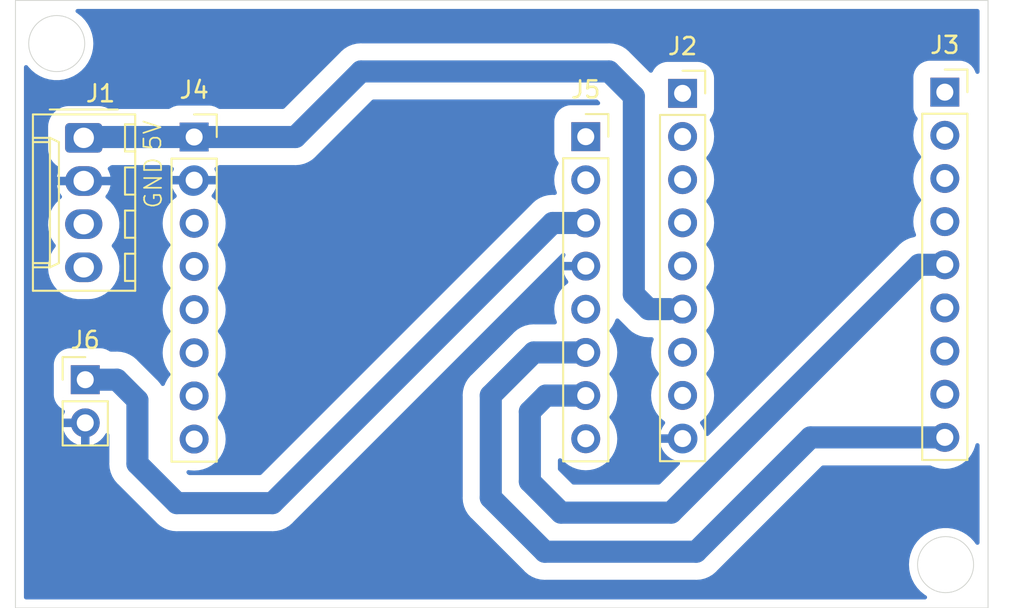
<source format=kicad_pcb>
(kicad_pcb (version 20221018) (generator pcbnew)
  (layers (0 "F.Cu" signal) (31 "B.Cu" signal) (34 "B.Paste" user) (35 "F.Paste" user) (36 "B.SilkS" user "B.Silkscreen") (37 "F.SilkS" user "F.Silkscreen") (38 "B.Mask" user) (39 "F.Mask" user) (44 "Edge.Cuts" user))
  (net 0 "")
  (net 1 "Net-(J1-Pin_1)")
  (net 2 "GND")
  (net 17 "Net-(J3-Pin_5)")
  (net 21 "Net-(J3-Pin_9)")
  (net 30 "Net-(J5-Pin_3)")
  (footprint "Connector_PinSocket_2.54mm:PinSocket_1x08_P2.54mm_Vertical" (layer "F.Cu") (at 122.45 73.55)
    (fp_text reference "J5" (at 0 -2.77) (layer "F.SilkS"))
    (fp_text value "Conn_01x08")
    (fp_line (start -1.33 1.27) (end -1.33 19.11) (stroke (width 0.12)) (layer "F.SilkS"))
    (fp_line (start -1.33 1.27) (end 1.33 1.27) (stroke (width 0.12)) (layer "F.SilkS"))
    (fp_line (start -1.33 19.11) (end 1.33 19.11) (stroke (width 0.12)) (layer "F.SilkS"))
    (fp_line (start 0 -1.33) (end 1.33 -1.33) (stroke (width 0.12)) (layer "F.SilkS"))
    (fp_line (start 1.33 -1.33) (end 1.33 0) (stroke (width 0.12)) (layer "F.SilkS"))
    (fp_line (start 1.33 1.27) (end 1.33 19.11) (stroke (width 0.12)) (layer "F.SilkS"))
    (pad "1" thru_hole rect (at 0 0) (size 1.7 1.7) (drill 1) (layers "*.Cu" "*.Mask"))
    (pad "2" thru_hole oval (at 0 2.54) (size 1.7 1.7) (drill 1) (layers "*.Cu" "*.Mask"))
    (pad "3" thru_hole oval (at 0 5.08) (size 1.7 1.7) (drill 1) (layers "*.Cu" "*.Mask") (net 30 "Net-(J5-Pin_3)"))
    (pad "4" thru_hole oval (at 0 7.62) (size 1.7 1.7) (drill 1) (layers "*.Cu" "*.Mask") (net 2 "GND"))
    (pad "5" thru_hole oval (at 0 10.16) (size 1.7 1.7) (drill 1) (layers "*.Cu" "*.Mask"))
    (pad "6" thru_hole oval (at 0 12.7) (size 1.7 1.7) (drill 1) (layers "*.Cu" "*.Mask") (net 21 "Net-(J3-Pin_9)"))
    (pad "7" thru_hole oval (at 0 15.24) (size 1.7 1.7) (drill 1) (layers "*.Cu" "*.Mask") (net 17 "Net-(J3-Pin_5)"))
    (pad "8" thru_hole oval (at 0 17.78) (size 1.7 1.7) (drill 1) (layers "*.Cu" "*.Mask"))
  )
  (footprint "Connector_PinHeader_2.54mm:PinHeader_1x02_P2.54mm_Vertical" (layer "F.Cu") (at 92.99 87.855)
    (fp_text reference "J6" (at 0 -2.33) (layer "F.SilkS"))
    (fp_text value "Conn_01x02")
    (fp_line (start -1.33 -1.33) (end 0 -1.33) (stroke (width 0.12)) (layer "F.SilkS"))
    (fp_line (start -1.33 0) (end -1.33 -1.33) (stroke (width 0.12)) (layer "F.SilkS"))
    (fp_line (start -1.33 1.27) (end -1.33 3.87) (stroke (width 0.12)) (layer "F.SilkS"))
    (fp_line (start -1.33 1.27) (end 1.33 1.27) (stroke (width 0.12)) (layer "F.SilkS"))
    (fp_line (start -1.33 3.87) (end 1.33 3.87) (stroke (width 0.12)) (layer "F.SilkS"))
    (fp_line (start 1.33 1.27) (end 1.33 3.87) (stroke (width 0.12)) (layer "F.SilkS"))
    (pad "1" thru_hole rect (at 0 0) (size 1.7 1.7) (drill 1) (layers "*.Cu" "*.Mask") (net 30 "Net-(J5-Pin_3)"))
    (pad "2" thru_hole oval (at 0 2.54) (size 1.7 1.7) (drill 1) (layers "*.Cu" "*.Mask") (net 2 "GND"))
  )
  (footprint "Connector_PinSocket_2.54mm:PinSocket_1x08_P2.54mm_Vertical" (layer "F.Cu") (at 99.4 73.57)
    (fp_text reference "J4" (at 0 -2.77) (layer "F.SilkS"))
    (fp_text value "Conn_01x08")
    (fp_line (start -1.33 1.27) (end -1.33 19.11) (stroke (width 0.12)) (layer "F.SilkS"))
    (fp_line (start -1.33 1.27) (end 1.33 1.27) (stroke (width 0.12)) (layer "F.SilkS"))
    (fp_line (start -1.33 19.11) (end 1.33 19.11) (stroke (width 0.12)) (layer "F.SilkS"))
    (fp_line (start 0 -1.33) (end 1.33 -1.33) (stroke (width 0.12)) (layer "F.SilkS"))
    (fp_line (start 1.33 -1.33) (end 1.33 0) (stroke (width 0.12)) (layer "F.SilkS"))
    (fp_line (start 1.33 1.27) (end 1.33 19.11) (stroke (width 0.12)) (layer "F.SilkS"))
    (pad "1" thru_hole rect (at 0 0) (size 1.7 1.7) (drill 1) (layers "*.Cu" "*.Mask") (net 1 "Net-(J1-Pin_1)"))
    (pad "2" thru_hole oval (at 0 2.54) (size 1.7 1.7) (drill 1) (layers "*.Cu" "*.Mask") (net 2 "GND"))
    (pad "3" thru_hole oval (at 0 5.08) (size 1.7 1.7) (drill 1) (layers "*.Cu" "*.Mask"))
    (pad "4" thru_hole oval (at 0 7.62) (size 1.7 1.7) (drill 1) (layers "*.Cu" "*.Mask"))
    (pad "5" thru_hole oval (at 0 10.16) (size 1.7 1.7) (drill 1) (layers "*.Cu" "*.Mask"))
    (pad "6" thru_hole oval (at 0 12.7) (size 1.7 1.7) (drill 1) (layers "*.Cu" "*.Mask"))
    (pad "7" thru_hole oval (at 0 15.24) (size 1.7 1.7) (drill 1) (layers "*.Cu" "*.Mask"))
    (pad "8" thru_hole oval (at 0 17.78) (size 1.7 1.7) (drill 1) (layers "*.Cu" "*.Mask"))
  )
  (footprint "Connector_PinSocket_2.54mm:PinSocket_1x09_P2.54mm_Vertical" (layer "F.Cu") (at 128.15 71)
    (fp_text reference "J2" (at 0 -2.77) (layer "F.SilkS"))
    (fp_text value "Conn_01x09")
    (fp_line (start -1.33 1.27) (end -1.33 21.65) (stroke (width 0.12)) (layer "F.SilkS"))
    (fp_line (start -1.33 1.27) (end 1.33 1.27) (stroke (width 0.12)) (layer "F.SilkS"))
    (fp_line (start -1.33 21.65) (end 1.33 21.65) (stroke (width 0.12)) (layer "F.SilkS"))
    (fp_line (start 0 -1.33) (end 1.33 -1.33) (stroke (width 0.12)) (layer "F.SilkS"))
    (fp_line (start 1.33 -1.33) (end 1.33 0) (stroke (width 0.12)) (layer "F.SilkS"))
    (fp_line (start 1.33 1.27) (end 1.33 21.65) (stroke (width 0.12)) (layer "F.SilkS"))
    (pad "1" thru_hole rect (at 0 0) (size 1.7 1.7) (drill 1) (layers "*.Cu" "*.Mask"))
    (pad "2" thru_hole oval (at 0 2.54) (size 1.7 1.7) (drill 1) (layers "*.Cu" "*.Mask"))
    (pad "3" thru_hole oval (at 0 5.08) (size 1.7 1.7) (drill 1) (layers "*.Cu" "*.Mask"))
    (pad "4" thru_hole oval (at 0 7.62) (size 1.7 1.7) (drill 1) (layers "*.Cu" "*.Mask"))
    (pad "5" thru_hole oval (at 0 10.16) (size 1.7 1.7) (drill 1) (layers "*.Cu" "*.Mask"))
    (pad "6" thru_hole oval (at 0 12.7) (size 1.7 1.7) (drill 1) (layers "*.Cu" "*.Mask") (net 1 "Net-(J1-Pin_1)"))
    (pad "7" thru_hole oval (at 0 15.24) (size 1.7 1.7) (drill 1) (layers "*.Cu" "*.Mask"))
    (pad "8" thru_hole oval (at 0 17.78) (size 1.7 1.7) (drill 1) (layers "*.Cu" "*.Mask"))
    (pad "9" thru_hole oval (at 0 20.32) (size 1.7 1.7) (drill 1) (layers "*.Cu" "*.Mask") (net 2 "GND"))
  )
  (footprint "Connector_PinSocket_2.54mm:PinSocket_1x09_P2.54mm_Vertical" (layer "F.Cu") (at 143.585 70.93)
    (fp_text reference "J3" (at 0 -2.77) (layer "F.SilkS"))
    (fp_text value "Conn_01x09")
    (fp_line (start -1.33 1.27) (end -1.33 21.65) (stroke (width 0.12)) (layer "F.SilkS"))
    (fp_line (start -1.33 1.27) (end 1.33 1.27) (stroke (width 0.12)) (layer "F.SilkS"))
    (fp_line (start -1.33 21.65) (end 1.33 21.65) (stroke (width 0.12)) (layer "F.SilkS"))
    (fp_line (start 0 -1.33) (end 1.33 -1.33) (stroke (width 0.12)) (layer "F.SilkS"))
    (fp_line (start 1.33 -1.33) (end 1.33 0) (stroke (width 0.12)) (layer "F.SilkS"))
    (fp_line (start 1.33 1.27) (end 1.33 21.65) (stroke (width 0.12)) (layer "F.SilkS"))
    (pad "1" thru_hole rect (at 0 0) (size 1.7 1.7) (drill 1) (layers "*.Cu" "*.Mask"))
    (pad "2" thru_hole oval (at 0 2.54) (size 1.7 1.7) (drill 1) (layers "*.Cu" "*.Mask"))
    (pad "3" thru_hole oval (at 0 5.08) (size 1.7 1.7) (drill 1) (layers "*.Cu" "*.Mask"))
    (pad "4" thru_hole oval (at 0 7.62) (size 1.7 1.7) (drill 1) (layers "*.Cu" "*.Mask"))
    (pad "5" thru_hole oval (at 0 10.16) (size 1.7 1.7) (drill 1) (layers "*.Cu" "*.Mask") (net 17 "Net-(J3-Pin_5)"))
    (pad "6" thru_hole oval (at 0 12.7) (size 1.7 1.7) (drill 1) (layers "*.Cu" "*.Mask"))
    (pad "7" thru_hole oval (at 0 15.24) (size 1.7 1.7) (drill 1) (layers "*.Cu" "*.Mask"))
    (pad "8" thru_hole oval (at 0 17.78) (size 1.7 1.7) (drill 1) (layers "*.Cu" "*.Mask"))
    (pad "9" thru_hole oval (at 0 20.32) (size 1.7 1.7) (drill 1) (layers "*.Cu" "*.Mask") (net 21 "Net-(J3-Pin_9)"))
  )
  (footprint "Connector_Molex:Molex_KK-254_AE-6410-04A_1x04_P2.54mm_Vertical" (layer "F.Cu") (at 92.9 73.62 -90)
    (fp_text reference "J1" (at -2.61 -0.99) (layer "F.SilkS"))
    (fp_text value "Conn_01x04")
    (fp_line (start -1.67 -2) (end -1.67 2) (stroke (width 0.12)) (layer "F.SilkS"))
    (fp_line (start -1.38 -3.03) (end -1.38 2.99) (stroke (width 0.12)) (layer "F.SilkS"))
    (fp_line (start -1.38 2.99) (end 9 2.99) (stroke (width 0.12)) (layer "F.SilkS"))
    (fp_line (start -0.8 -3.03) (end -0.8 -2.43) (stroke (width 0.12)) (layer "F.SilkS"))
    (fp_line (start -0.8 -2.43) (end 0.8 -2.43) (stroke (width 0.12)) (layer "F.SilkS"))
    (fp_line (start 0 1.99) (end 0.25 1.46) (stroke (width 0.12)) (layer "F.SilkS"))
    (fp_line (start 0 1.99) (end 7.62 1.99) (stroke (width 0.12)) (layer "F.SilkS"))
    (fp_line (start 0 2.99) (end 0 1.99) (stroke (width 0.12)) (layer "F.SilkS"))
    (fp_line (start 0.25 1.46) (end 7.37 1.46) (stroke (width 0.12)) (layer "F.SilkS"))
    (fp_line (start 0.25 2.99) (end 0.25 1.99) (stroke (width 0.12)) (layer "F.SilkS"))
    (fp_line (start 0.8 -2.43) (end 0.8 -3.03) (stroke (width 0.12)) (layer "F.SilkS"))
    (fp_line (start 1.74 -3.03) (end 1.74 -2.43) (stroke (width 0.12)) (layer "F.SilkS"))
    (fp_line (start 1.74 -2.43) (end 3.34 -2.43) (stroke (width 0.12)) (layer "F.SilkS"))
    (fp_line (start 3.34 -2.43) (end 3.34 -3.03) (stroke (width 0.12)) (layer "F.SilkS"))
    (fp_line (start 4.28 -3.03) (end 4.28 -2.43) (stroke (width 0.12)) (layer "F.SilkS"))
    (fp_line (start 4.28 -2.43) (end 5.88 -2.43) (stroke (width 0.12)) (layer "F.SilkS"))
    (fp_line (start 5.88 -2.43) (end 5.88 -3.03) (stroke (width 0.12)) (layer "F.SilkS"))
    (fp_line (start 6.82 -3.03) (end 6.82 -2.43) (stroke (width 0.12)) (layer "F.SilkS"))
    (fp_line (start 6.82 -2.43) (end 8.42 -2.43) (stroke (width 0.12)) (layer "F.SilkS"))
    (fp_line (start 7.37 1.46) (end 7.62 1.99) (stroke (width 0.12)) (layer "F.SilkS"))
    (fp_line (start 7.37 2.99) (end 7.37 1.99) (stroke (width 0.12)) (layer "F.SilkS"))
    (fp_line (start 7.62 1.99) (end 7.62 2.99) (stroke (width 0.12)) (layer "F.SilkS"))
    (fp_line (start 8.42 -2.43) (end 8.42 -3.03) (stroke (width 0.12)) (layer "F.SilkS"))
    (fp_line (start 9 -3.03) (end -1.38 -3.03) (stroke (width 0.12)) (layer "F.SilkS"))
    (fp_line (start 9 2.99) (end 9 -3.03) (stroke (width 0.12)) (layer "F.SilkS"))
    (pad "1" thru_hole roundrect (at 0 0 270) (size 1.74 2.19) (drill 1.2) (layers "*.Cu" "*.Mask") (roundrect_rratio 0.1436781609) (net 1 "Net-(J1-Pin_1)"))
    (pad "2" thru_hole oval (at 2.54 0 270) (size 1.74 2.19) (drill 1.2) (layers "*.Cu" "*.Mask") (net 2 "GND"))
    (pad "3" thru_hole oval (at 5.08 0 270) (size 1.74 2.19) (drill 1.2) (layers "*.Cu" "*.Mask"))
    (pad "4" thru_hole oval (at 7.62 0 270) (size 1.74 2.19) (drill 1.2) (layers "*.Cu" "*.Mask"))
  )
  (gr_circle (center 91.31 68.07) (end 92.96 68.07) (stroke (width 0.05)) (fill none) (layer "Edge.Cuts"))
  (gr_rect (start 88.88 65.53) (end 146.13 101.29) (stroke (width 0.05)) (fill none) (layer "Edge.Cuts"))
  (gr_circle (center 143.63 98.74) (end 145.28 98.74) (stroke (width 0.05)) (fill none) (layer "Edge.Cuts"))
  (gr_text "GND" (at 97.58 77.86 90) (layer "F.SilkS") (effects (font (size 1 1) (thickness 0.1)) (justify left bottom)))
  (gr_text "5V" (at 97.54 74.44 90) (layer "F.SilkS") (effects (font (size 1 1) (thickness 0.1)) (justify left bottom)))
  (segment (start 99.4332 73.6854) (end 99.5839 73.5347) (width 0.2) (layer "B.Cu") (net 1))
  (segment (start 92.9 73.62) (end 92.95 73.57) (width 1.3) (layer "B.Cu") (net 1))
  (segment (start 92.95 73.57) (end 99.4 73.57) (width 1.3) (layer "B.Cu") (net 1))
  (segment (start 127.366598 83.7) (end 128.15 83.7) (width 1) (layer "B.Cu") (net 1))
  (segment (start 105.36 73.57) (end 109.22 69.71) (width 1.3) (layer "B.Cu") (net 1))
  (segment (start 123.82 69.71) (end 125.28 71.17) (width 1.3) (layer "B.Cu") (net 1))
  (segment (start 99.4 73.57) (end 105.36 73.57) (width 1.3) (layer "B.Cu") (net 1))
  (segment (start 125.28 82.83) (end 126.15 83.7) (width 1.3) (layer "B.Cu") (net 1))
  (segment (start 99.35 73.62) (end 99.4 73.57) (width 1) (layer "B.Cu") (net 1))
  (segment (start 126.15 83.7) (end 127.366598 83.7) (width 1.3) (layer "B.Cu") (net 1))
  (segment (start 109.22 69.71) (end 123.82 69.71) (width 1.3) (layer "B.Cu") (net 1))
  (segment (start 125.28 71.17) (end 125.28 82.83) (width 1.3) (layer "B.Cu") (net 1))
  (segment (start 99.35 76.16) (end 99.4 76.11) (width 1.75) (layer "B.Cu") (net 2))
  (segment (start 128.1447 91.3147) (end 128.15 91.32) (width 1.75) (layer "B.Cu") (net 2))
  (segment (start 99.4332 76.2254) (end 99.5839 76.0747) (width 0.2) (layer "B.Cu") (net 2))
  (segment (start 127.48 95.68) (end 142.07 81.09) (width 1.3) (layer "B.Cu") (net 17))
  (segment (start 120.102692 88.79) (end 119.16 89.732692) (width 1.3) (layer "B.Cu") (net 17))
  (segment (start 119.16 89.732692) (end 119.16 93.847308) (width 1.3) (layer "B.Cu") (net 17))
  (segment (start 122.45 88.79) (end 120.102692 88.79) (width 1.3) (layer "B.Cu") (net 17))
  (segment (start 120.992692 95.68) (end 127.48 95.68) (width 1.3) (layer "B.Cu") (net 17))
  (segment (start 142.07 81.09) (end 143.585 81.09) (width 1.3) (layer "B.Cu") (net 17))
  (segment (start 119.16 93.847308) (end 120.992692 95.68) (width 1.3) (layer "B.Cu") (net 17))
  (segment (start 116.86 94.8) (end 116.86 88.78) (width 1.3) (layer "B.Cu") (net 21))
  (segment (start 143.585 91.25) (end 135.682158 91.25) (width 1.3) (layer "B.Cu") (net 21))
  (segment (start 119.39 86.25) (end 122.45 86.25) (width 1.3) (layer "B.Cu") (net 21))
  (segment (start 120.04 97.98) (end 116.86 94.8) (width 1.3) (layer "B.Cu") (net 21))
  (segment (start 116.86 88.78) (end 119.39 86.25) (width 1.3) (layer "B.Cu") (net 21))
  (segment (start 135.682158 91.25) (end 128.952158 97.98) (width 1.3) (layer "B.Cu") (net 21))
  (segment (start 128.952158 97.98) (end 120.04 97.98) (width 1.3) (layer "B.Cu") (net 21))
  (segment (start 120.5 78.63) (end 122.45 78.63) (width 1.3) (layer "B.Cu") (net 30))
  (segment (start 96.06 89.06) (end 96.06 92.8) (width 1.3) (layer "B.Cu") (net 30))
  (segment (start 98.38 95.12) (end 104.01 95.12) (width 1.3) (layer "B.Cu") (net 30))
  (segment (start 104.01 95.12) (end 120.5 78.63) (width 1.3) (layer "B.Cu") (net 30))
  (segment (start 92.99 87.855) (end 94.855 87.855) (width 1.3) (layer "B.Cu") (net 30))
  (segment (start 96.06 92.8) (end 98.38 95.12) (width 1.3) (layer "B.Cu") (net 30))
  (segment (start 94.855 87.855) (end 96.06 89.06) (width 1.3) (layer "B.Cu") (net 30))
  (zone (net 2) (net_name "GND") (layer "B.Cu") (connect_pads (clearance 0.5)) (min_thickness 0.25) (fill yes (thermal_gap 0.5) (thermal_bridge_width 0.5))
    (polygon (pts (xy 146.13 101.28) (xy 146.13 65.54) (xy 88.88 65.53) (xy 88.88 101.29)))
  )
)
</source>
